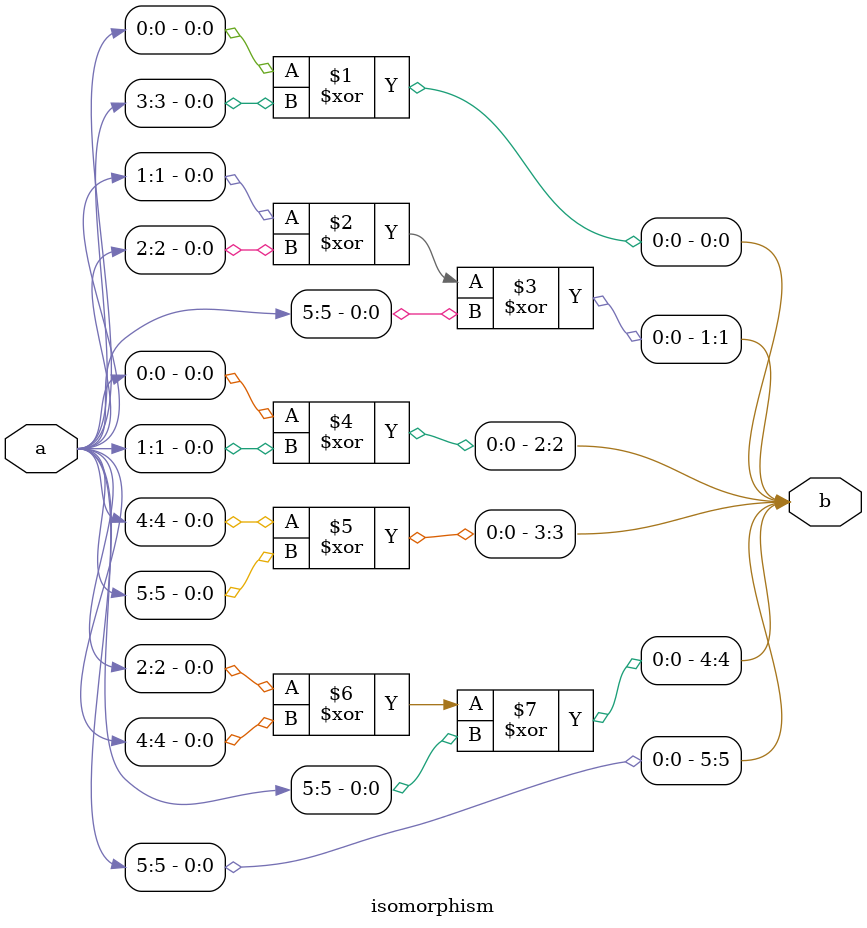
<source format=v>
`timescale 1ns/100ps
module SMSS23_5_nn_6_2(x,y);
	 input [5:0] x;
	 output [5:0] y;
	 wire [5:0] w;
	 wire [5:0] p;
	 isomorphism C2 (x,w);
	 power_5 C3 (w,p);
	 inv_isomorphism C4 (p,y);
endmodule

module square_base(a,b);
	 input [1:0] a;
	 output [1:0] b;
	 assign b[0]=a[1];
	 assign b[1]=a[0];
endmodule

module add_base(a,b,c);
	 input [1:0] a;
	 input [1:0] b;
	 output [1:0] c;
	 assign c[0]=a[0]^b[0];
	 assign c[1]=a[1]^b[1];
endmodule

module multiplication_base(a,b,c);
	 input [1:0] a;
	 input [1:0] b;
	 output [1:0] c;
	 wire t;
	 assign t=(a[0]&b[1])^(a[1]&b[0]);
	 assign c[0]=(a[1]&b[1])^t;
	 assign c[1]=(a[0]&b[0])^t;
endmodule
module power_5(a,b);
	 input [5:0] a;
	 output [5:0] b;
	 wire [1:0] x_0;
	 wire [1:0] x_1;
	 wire [1:0] x_2;
	 wire [1:0] y_0;
	 wire [1:0] y_1;
	 wire [1:0] y_2;
	 wire [1:0] y_3;
	 wire [1:0] y_4;
	 wire [1:0] y_5;
	 wire [1:0] z_00;
	 wire [1:0] z_01;
	 wire [1:0] z_10;
	 wire [1:0] z_11;
	 wire [1:0] z_20;
	 wire [1:0] z_21;
	 assign x_0[0]=a[0];
	 assign x_0[1]=a[1];
	 assign x_1[0]=a[2];
	 assign x_1[1]=a[3];
	 assign x_2[0]=a[4];
	 assign x_2[1]=a[5];
	 square_base  A1 (x_0,y_0);
	 square_base A2 (x_1,y_1);
	 square_base A3 (x_2,y_2);
	 multiplication_base A4 (x_0,x_1,y_3);
	 multiplication_base A5 (x_0,x_2,y_4);
	 multiplication_base A6 (x_1,x_2,y_5);
	 add_base B00 (y_1,y_2,z_00);
	 add_base B01 (y_4,z_00,z_01);
	 add_base B10 (y_0,y_2,z_10);
	 add_base B11 (y_3,z_10,z_11);
	 add_base B20 (y_0,y_1,z_20);
	 add_base B21 (y_5,z_20,z_21);
	 assign b[0]=z_01[0];
	 assign b[1]=z_01[1];
	 assign b[2]=z_11[0];
	 assign b[3]=z_11[1];
	 assign b[4]=z_21[0];
	 assign b[5]=z_21[1];
endmodule

module inv_isomorphism(a,b);
	 input [5:0] a;
	 output [5:0] b;
	 assign b[0]=a[5];
	 assign b[1]=a[1]^a[2]^a[3]^a[5];
	 assign b[2]=a[0]^a[1]^a[3];
	 assign b[3]=a[1];
	 assign b[4]=a[2]^a[5];
	 assign b[5]=a[1]^a[4]^a[5];
endmodule

module isomorphism(a,b);
	 input [5:0] a;
	 output [5:0] b;
	 assign b[0]=a[0]^a[3];
	 assign b[1]=a[1]^a[2]^a[5];
	 assign b[2]=a[0]^a[1];
	 assign b[3]=a[4]^a[5];
	 assign b[4]=a[2]^a[4]^a[5];
	 assign b[5]=a[5];
endmodule


</source>
